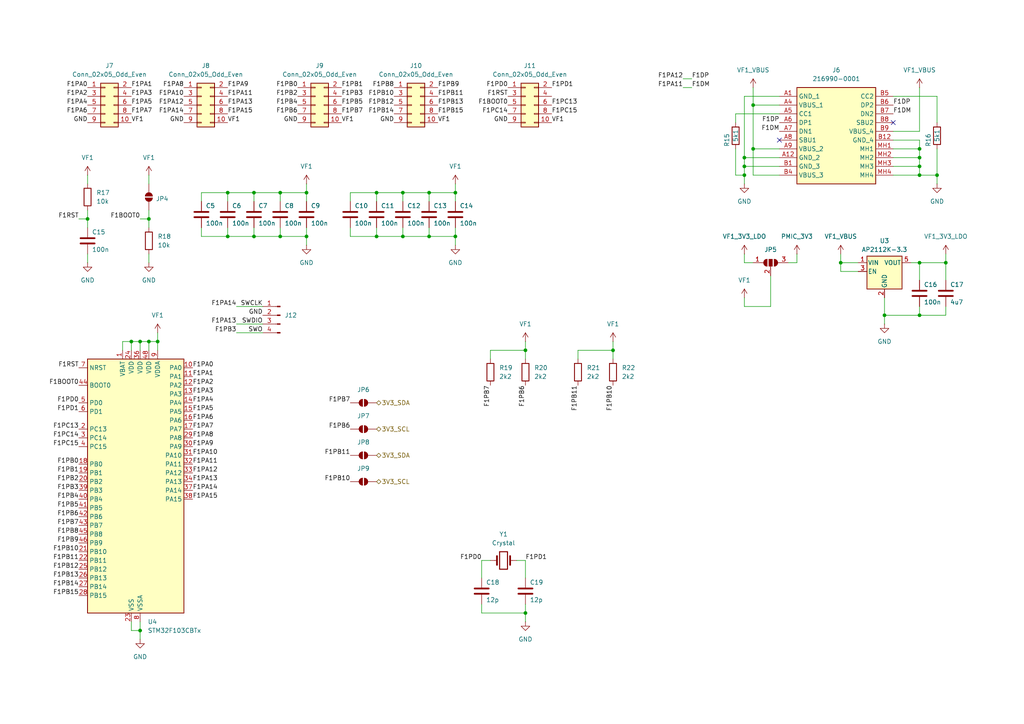
<source format=kicad_sch>
(kicad_sch (version 20231120) (generator "eeschema") (generator_version "8.0")
  (paper "A4")
  (lib_symbols
    (symbol "216990-0001:216990-0001"
      (property "Reference" "J" (at 29.21 7.62 0))
      (property "Value" "216990-0001" (at 29.21 5.08 0))
      (symbol "216990-0001_1_1"
        (rectangle (start 5.08 2.54) (end 27.94 -25.4) (stroke (width 0.254)) (fill (type background)))
        (pin passive line (at 0 0 0) (length 5.08) (name "GND_1") (number "A1"))
        (pin passive line (at 0 -17.78 0) (length 5.08) (name "GND_2") (number "A12"))
        (pin passive line (at 0 -2.54 0) (length 5.08) (name "VBUS_1") (number "A4"))
        (pin passive line (at 0 -5.08 0) (length 5.08) (name "CC1") (number "A5"))
        (pin passive line (at 0 -7.62 0) (length 5.08) (name "DP1") (number "A6"))
        (pin passive line (at 0 -10.16 0) (length 5.08) (name "DN1") (number "A7"))
        (pin passive line (at 0 -12.7 0) (length 5.08) (name "SBU1") (number "A8"))
        (pin passive line (at 0 -15.24 0) (length 5.08) (name "VBUS_2") (number "A9"))
        (pin passive line (at 0 -20.32 0) (length 5.08) (name "GND_3") (number "B1"))
        (pin passive line (at 33.02 -12.7 180) (length 5.08) (name "GND_4") (number "B12"))
        (pin passive line (at 0 -22.86 0) (length 5.08) (name "VBUS_3") (number "B4"))
        (pin passive line (at 33.02 0 180) (length 5.08) (name "CC2") (number "B5"))
        (pin passive line (at 33.02 -2.54 180) (length 5.08) (name "DP2") (number "B6"))
        (pin passive line (at 33.02 -5.08 180) (length 5.08) (name "DN2") (number "B7"))
        (pin passive line (at 33.02 -7.62 180) (length 5.08) (name "SBU2") (number "B8"))
        (pin passive line (at 33.02 -10.16 180) (length 5.08) (name "VBUS_4") (number "B9"))
        (pin passive line (at 33.02 -15.24 180) (length 5.08) (name "MH1") (number "MH1"))
        (pin passive line (at 33.02 -17.78 180) (length 5.08) (name "MH2") (number "MH2"))
        (pin passive line (at 33.02 -20.32 180) (length 5.08) (name "MH3") (number "MH3"))
        (pin passive line (at 33.02 -22.86 180) (length 5.08) (name "MH4") (number "MH4"))
      )
    )
    (symbol "Connector:Conn_01x04_Pin" (pin_names (offset 1.016) hide)
      (property "Reference" "J" (at 0 5.08 0))
      (property "Value" "Conn_01x04_Pin" (at 0 -7.62 0))
      (symbol "Conn_01x04_Pin_1_1"
        (polyline (pts (xy 1.27 -5.08) (xy 0.8636 -5.08)) (stroke (width 0.1524)))
        (polyline (pts (xy 1.27 -2.54) (xy 0.8636 -2.54)) (stroke (width 0.1524)))
        (polyline (pts (xy 1.27 0) (xy 0.8636 0)) (stroke (width 0.1524)))
        (polyline (pts (xy 1.27 2.54) (xy 0.8636 2.54)) (stroke (width 0.1524)))
        (rectangle (start 0.8636 -4.953) (end 0 -5.207) (stroke (width 0.1524)) (fill (type outline)))
        (rectangle (start 0.8636 -2.413) (end 0 -2.667) (stroke (width 0.1524)) (fill (type outline)))
        (rectangle (start 0.8636 0.127) (end 0 -0.127) (stroke (width 0.1524)) (fill (type outline)))
        (rectangle (start 0.8636 2.667) (end 0 2.413) (stroke (width 0.1524)) (fill (type outline)))
        (pin passive line (at 5.08 2.54 180) (length 3.81) (name "Pin_1") (number "1"))
        (pin passive line (at 5.08 0 180) (length 3.81) (name "Pin_2") (number "2"))
        (pin passive line (at 5.08 -2.54 180) (length 3.81) (name "Pin_3") (number "3"))
        (pin passive line (at 5.08 -5.08 180) (length 3.81) (name "Pin_4") (number "4"))
      )
    )
    (symbol "Connector_Generic:Conn_02x05_Odd_Even" (pin_names (offset 1.016) hide)
      (property "Reference" "J" (at 1.27 7.62 0))
      (property "Value" "Conn_02x05_Odd_Even" (at 1.27 -7.62 0))
      (symbol "Conn_02x05_Odd_Even_1_1"
        (rectangle (start -1.27 -4.953) (end 0 -5.207) (stroke (width 0.1524)))
        (rectangle (start -1.27 -2.413) (end 0 -2.667) (stroke (width 0.1524)))
        (rectangle (start -1.27 0.127) (end 0 -0.127) (stroke (width 0.1524)))
        (rectangle (start -1.27 2.667) (end 0 2.413) (stroke (width 0.1524)))
        (rectangle (start -1.27 5.207) (end 0 4.953) (stroke (width 0.1524)))
        (rectangle (start -1.27 6.35) (end 3.81 -6.35) (stroke (width 0.254)) (fill (type background)))
        (rectangle (start 3.81 -4.953) (end 2.54 -5.207) (stroke (width 0.1524)))
        (rectangle (start 3.81 -2.413) (end 2.54 -2.667) (stroke (width 0.1524)))
        (rectangle (start 3.81 0.127) (end 2.54 -0.127) (stroke (width 0.1524)))
        (rectangle (start 3.81 2.667) (end 2.54 2.413) (stroke (width 0.1524)))
        (rectangle (start 3.81 5.207) (end 2.54 4.953) (stroke (width 0.1524)))
        (pin passive line (at -5.08 5.08 0) (length 3.81) (name "Pin_1") (number "1"))
        (pin passive line (at 7.62 -5.08 180) (length 3.81) (name "Pin_10") (number "10"))
        (pin passive line (at 7.62 5.08 180) (length 3.81) (name "Pin_2") (number "2"))
        (pin passive line (at -5.08 2.54 0) (length 3.81) (name "Pin_3") (number "3"))
        (pin passive line (at 7.62 2.54 180) (length 3.81) (name "Pin_4") (number "4"))
        (pin passive line (at -5.08 0 0) (length 3.81) (name "Pin_5") (number "5"))
        (pin passive line (at 7.62 0 180) (length 3.81) (name "Pin_6") (number "6"))
        (pin passive line (at -5.08 -2.54 0) (length 3.81) (name "Pin_7") (number "7"))
        (pin passive line (at 7.62 -2.54 180) (length 3.81) (name "Pin_8") (number "8"))
        (pin passive line (at -5.08 -5.08 0) (length 3.81) (name "Pin_9") (number "9"))
      )
    )
    (symbol "Device:C" (pin_numbers hide) (pin_names (offset 0.254))
      (property "Reference" "C" (at 0.635 2.54 0))
      (property "Value" "C" (at 0.635 -2.54 0))
      (symbol "C_0_1"
        (polyline (pts (xy -2.032 -0.762) (xy 2.032 -0.762)) (stroke (width 0.508)))
        (polyline (pts (xy -2.032 0.762) (xy 2.032 0.762)) (stroke (width 0.508)))
      )
      (symbol "C_1_1"
        (pin passive line (at 0 3.81 270) (length 2.794) (name "~") (number "1"))
        (pin passive line (at 0 -3.81 90) (length 2.794) (name "~") (number "2"))
      )
    )
    (symbol "Device:Crystal" (pin_numbers hide) (pin_names (offset 1.016) hide)
      (property "Reference" "Y" (at 0 3.81 0))
      (property "Value" "Crystal" (at 0 -3.81 0))
      (symbol "Crystal_0_1"
        (rectangle (start -1.143 2.54) (end 1.143 -2.54) (stroke (width 0.3048)))
        (polyline (pts (xy -2.54 0) (xy -1.905 0)))
        (polyline (pts (xy -1.905 -1.27) (xy -1.905 1.27)) (stroke (width 0.508)))
        (polyline (pts (xy 1.905 -1.27) (xy 1.905 1.27)) (stroke (width 0.508)))
        (polyline (pts (xy 2.54 0) (xy 1.905 0)))
      )
      (symbol "Crystal_1_1"
        (pin passive line (at -3.81 0 0) (length 1.27) (name "1") (number "1"))
        (pin passive line (at 3.81 0 180) (length 1.27) (name "2") (number "2"))
      )
    )
    (symbol "Device:R" (pin_numbers hide) (pin_names (offset 0))
      (property "Reference" "R" (at 2.032 0 90))
      (property "Value" "R" (at 0 0 90))
      (symbol "R_0_1"
        (rectangle (start -1.016 -2.54) (end 1.016 2.54) (stroke (width 0.254)))
      )
      (symbol "R_1_1"
        (pin passive line (at 0 3.81 270) (length 1.27) (name "~") (number "1"))
        (pin passive line (at 0 -3.81 90) (length 1.27) (name "~") (number "2"))
      )
    )
    (symbol "Jumper:SolderJumper_2_Open" (pin_numbers hide) (pin_names (offset 0) hide) (exclude_from_sim yes) (in_bom no)
      (property "Reference" "JP" (at 0 2.032 0))
      (property "Value" "SolderJumper_2_Open" (at 0 -2.54 0))
      (symbol "SolderJumper_2_Open_0_1"
        (arc (start -0.254 1.016) (mid -1.2656 0) (end -0.254 -1.016))
        (arc (start -0.254 1.016) (mid -1.2656 0) (end -0.254 -1.016) (fill (type outline)))
        (polyline (pts (xy -0.254 1.016) (xy -0.254 -1.016)))
        (polyline (pts (xy 0.254 1.016) (xy 0.254 -1.016)))
        (arc (start 0.254 -1.016) (mid 1.2656 0) (end 0.254 1.016))
        (arc (start 0.254 -1.016) (mid 1.2656 0) (end 0.254 1.016) (fill (type outline)))
      )
      (symbol "SolderJumper_2_Open_1_1"
        (pin passive line (at -3.81 0 0) (length 2.54) (name "A") (number "1"))
        (pin passive line (at 3.81 0 180) (length 2.54) (name "B") (number "2"))
      )
    )
    (symbol "Jumper:SolderJumper_3_Open" (pin_names (offset 0) hide)
      (property "Reference" "JP" (at -2.54 -2.54 0))
      (property "Value" "SolderJumper_3_Open" (at 0 2.794 0))
      (symbol "SolderJumper_3_Open_0_1"
        (arc (start -1.016 1.016) (mid -2.0276 0) (end -1.016 -1.016))
        (arc (start -1.016 1.016) (mid -2.0276 0) (end -1.016 -1.016) (fill (type outline)))
        (rectangle (start -0.508 1.016) (end 0.508 -1.016) (fill (type outline)))
        (polyline (pts (xy -2.54 0) (xy -2.032 0)))
        (polyline (pts (xy -1.016 1.016) (xy -1.016 -1.016)))
        (polyline (pts (xy 0 -1.27) (xy 0 -1.016)))
        (polyline (pts (xy 1.016 1.016) (xy 1.016 -1.016)))
        (polyline (pts (xy 2.54 0) (xy 2.032 0)))
        (arc (start 1.016 -1.016) (mid 2.0276 0) (end 1.016 1.016))
        (arc (start 1.016 -1.016) (mid 2.0276 0) (end 1.016 1.016) (fill (type outline)))
      )
      (symbol "SolderJumper_3_Open_1_1"
        (pin passive line (at -5.08 0 0) (length 2.54) (name "A") (number "1"))
        (pin passive line (at 0 -3.81 90) (length 2.54) (name "C") (number "2"))
        (pin passive line (at 5.08 0 180) (length 2.54) (name "B") (number "3"))
      )
    )
    (symbol "MCU_ST_STM32F1:STM32F103CBTx"
      (property "Reference" "U" (at -12.7 39.37 0))
      (property "Value" "STM32F103CBTx" (at 10.16 39.37 0))
      (symbol "STM32F103CBTx_0_1"
        (rectangle (start -12.7 -35.56) (end 15.24 38.1) (stroke (width 0.254)) (fill (type background)))
      )
      (symbol "STM32F103CBTx_1_1"
        (pin power_in line (at -2.54 40.64 270) (length 2.54) (name "VBAT") (number "1"))
        (pin bidirectional line (at 17.78 35.56 180) (length 2.54) (name "PA0") (number "10"))
        (pin bidirectional line (at 17.78 33.02 180) (length 2.54) (name "PA1") (number "11"))
        (pin bidirectional line (at 17.78 30.48 180) (length 2.54) (name "PA2") (number "12"))
        (pin bidirectional line (at 17.78 27.94 180) (length 2.54) (name "PA3") (number "13"))
        (pin bidirectional line (at 17.78 25.4 180) (length 2.54) (name "PA4") (number "14"))
        (pin bidirectional line (at 17.78 22.86 180) (length 2.54) (name "PA5") (number "15"))
        (pin bidirectional line (at 17.78 20.32 180) (length 2.54) (name "PA6") (number "16"))
        (pin bidirectional line (at 17.78 17.78 180) (length 2.54) (name "PA7") (number "17"))
        (pin bidirectional line (at -15.24 7.62 0) (length 2.54) (name "PB0") (number "18"))
        (pin bidirectional line (at -15.24 5.08 0) (length 2.54) (name "PB1") (number "19"))
        (pin bidirectional line (at -15.24 17.78 0) (length 2.54) (name "PC13") (number "2"))
        (pin bidirectional line (at -15.24 2.54 0) (length 2.54) (name "PB2") (number "20"))
        (pin bidirectional line (at -15.24 -17.78 0) (length 2.54) (name "PB10") (number "21"))
        (pin bidirectional line (at -15.24 -20.32 0) (length 2.54) (name "PB11") (number "22"))
        (pin power_in line (at 0 -38.1 90) (length 2.54) (name "VSS") (number "23"))
        (pin power_in line (at 0 40.64 270) (length 2.54) (name "VDD") (number "24"))
        (pin bidirectional line (at -15.24 -22.86 0) (length 2.54) (name "PB12") (number "25"))
        (pin bidirectional line (at -15.24 -25.4 0) (length 2.54) (name "PB13") (number "26"))
        (pin bidirectional line (at -15.24 -27.94 0) (length 2.54) (name "PB14") (number "27"))
        (pin bidirectional line (at -15.24 -30.48 0) (length 2.54) (name "PB15") (number "28"))
        (pin bidirectional line (at 17.78 15.24 180) (length 2.54) (name "PA8") (number "29"))
        (pin bidirectional line (at -15.24 15.24 0) (length 2.54) (name "PC14") (number "3"))
        (pin bidirectional line (at 17.78 12.7 180) (length 2.54) (name "PA9") (number "30"))
        (pin bidirectional line (at 17.78 10.16 180) (length 2.54) (name "PA10") (number "31"))
        (pin bidirectional line (at 17.78 7.62 180) (length 2.54) (name "PA11") (number "32"))
        (pin bidirectional line (at 17.78 5.08 180) (length 2.54) (name "PA12") (number "33"))
        (pin bidirectional line (at 17.78 2.54 180) (length 2.54) (name "PA13") (number "34"))
        (pin passive line (at 0 -38.1 90) (length 2.54) hide (name "VSS") (number "35"))
        (pin power_in line (at 2.54 40.64 270) (length 2.54) (name "VDD") (number "36"))
        (pin bidirectional line (at 17.78 0 180) (length 2.54) (name "PA14") (number "37"))
        (pin bidirectional line (at 17.78 -2.54 180) (length 2.54) (name "PA15") (number "38"))
        (pin bidirectional line (at -15.24 0 0) (length 2.54) (name "PB3") (number "39"))
        (pin bidirectional line (at -15.24 12.7 0) (length 2.54) (name "PC15") (number "4"))
        (pin bidirectional line (at -15.24 -2.54 0) (length 2.54) (name "PB4") (number "40"))
        (pin bidirectional line (at -15.24 -5.08 0) (length 2.54) (name "PB5") (number "41"))
        (pin bidirectional line (at -15.24 -7.62 0) (length 2.54) (name "PB6") (number "42"))
        (pin bidirectional line (at -15.24 -10.16 0) (length 2.54) (name "PB7") (number "43"))
        (pin input line (at -15.24 30.48 0) (length 2.54) (name "BOOT0") (number "44"))
        (pin bidirectional line (at -15.24 -12.7 0) (length 2.54) (name "PB8") (number "45"))
        (pin bidirectional line (at -15.24 -15.24 0) (length 2.54) (name "PB9") (number "46"))
        (pin passive line (at 0 -38.1 90) (length 2.54) hide (name "VSS") (number "47"))
        (pin power_in line (at 5.08 40.64 270) (length 2.54) (name "VDD") (number "48"))
        (pin bidirectional line (at -15.24 25.4 0) (length 2.54) (name "PD0") (number "5"))
        (pin bidirectional line (at -15.24 22.86 0) (length 2.54) (name "PD1") (number "6"))
        (pin input line (at -15.24 35.56 0) (length 2.54) (name "NRST") (number "7"))
        (pin power_in line (at 2.54 -38.1 90) (length 2.54) (name "VSSA") (number "8"))
        (pin power_in line (at 7.62 40.64 270) (length 2.54) (name "VDDA") (number "9"))
      )
    )
    (symbol "Regulator_Linear:AP2112K-3.3" (pin_names (offset 0.254))
      (property "Reference" "U" (at -5.08 5.715 0))
      (property "Value" "AP2112K-3.3" (at 0 5.715 0))
      (symbol "AP2112K-3.3_0_1"
        (rectangle (start -5.08 4.445) (end 5.08 -5.08) (stroke (width 0.254)) (fill (type background)))
      )
      (symbol "AP2112K-3.3_1_1"
        (pin power_in line (at -7.62 2.54 0) (length 2.54) (name "VIN") (number "1"))
        (pin power_in line (at 0 -7.62 90) (length 2.54) (name "GND") (number "2"))
        (pin input line (at -7.62 0 0) (length 2.54) (name "EN") (number "3"))
        (pin no_connect line (at 5.08 0 180) (length 2.54) hide (name "NC") (number "4"))
        (pin power_out line (at 7.62 2.54 180) (length 2.54) (name "VOUT") (number "5"))
      )
    )
    (symbol "power:+3V3" (power) (pin_numbers hide) (pin_names (offset 0) hide)
      (property "Value" "+3V3" (at 0 3.556 0))
      (symbol "+3V3_0_1"
        (polyline (pts (xy -0.762 1.27) (xy 0 2.54)))
        (polyline (pts (xy 0 0) (xy 0 2.54)))
        (polyline (pts (xy 0 2.54) (xy 0.762 1.27)))
      )
      (symbol "+3V3_1_1"
        (pin power_in line (at 0 0 90) (length 0) (name "~") (number "1"))
      )
    )
    (symbol "power:GND" (power) (pin_numbers hide) (pin_names (offset 0) hide)
      (property "Value" "GND" (at 0 -3.81 0))
      (symbol "GND_0_1"
        (polyline (pts (xy 0 0) (xy 0 -1.27) (xy 1.27 -1.27) (xy 0 -2.54) (xy -1.27 -1.27) (xy 0 -1.27)))
      )
      (symbol "GND_1_1"
        (pin power_in line (at 0 0 270) (length 0) (name "~") (number "1"))
      )
    )
    (symbol "power:VDD" (power) (pin_numbers hide) (pin_names (offset 0) hide)
      (property "Value" "VDD" (at 0 3.556 0))
      (symbol "VDD_0_1"
        (polyline (pts (xy -0.762 1.27) (xy 0 2.54)))
        (polyline (pts (xy 0 0) (xy 0 2.54)))
        (polyline (pts (xy 0 2.54) (xy 0.762 1.27)))
      )
      (symbol "VDD_1_1"
        (pin power_in line (at 0 0 90) (length 0) (name "~") (number "1"))
      )
    )
  )
  (junction (at 43.18 99.06))
  (junction (at 132.08 68.58))
  (junction (at 116.84 68.58))
  (junction (at 109.22 68.58))
  (junction (at 266.7 50.8))
  (junction (at 43.18 63.5))
  (junction (at 266.7 91.44))
  (junction (at 266.7 76.2))
  (junction (at 152.4 101.6))
  (junction (at 109.22 55.88))
  (junction (at 274.32 76.2))
  (junction (at 81.28 55.88))
  (junction (at 73.66 55.88))
  (junction (at 256.54 91.44))
  (junction (at 132.08 55.88))
  (junction (at 215.9 48.26))
  (junction (at 218.44 43.18))
  (junction (at 116.84 55.88))
  (junction (at 81.28 68.58))
  (junction (at 218.44 30.48))
  (junction (at 177.8 101.6))
  (junction (at 40.64 99.06))
  (junction (at 38.1 99.06))
  (junction (at 266.7 43.18))
  (junction (at 66.04 68.58))
  (junction (at 152.4 177.8))
  (junction (at 124.46 55.88))
  (junction (at 124.46 68.58))
  (junction (at 215.9 50.8))
  (junction (at 88.9 55.88))
  (junction (at 45.72 99.06))
  (junction (at 266.7 45.72))
  (junction (at 215.9 45.72))
  (junction (at 25.4 63.5))
  (junction (at 66.04 55.88))
  (junction (at 266.7 48.26))
  (junction (at 243.84 76.2))
  (junction (at 271.78 50.8))
  (junction (at 40.64 182.88))
  (junction (at 73.66 68.58))
  (junction (at 88.9 68.58))
  (no_connect (at 226.06 40.64))
  (no_connect (at 259.08 35.56))
  (wire (pts (xy 132.08 55.88) (xy 124.46 55.88)))
  (wire (pts (xy 215.9 53.34) (xy 215.9 50.8)))
  (wire (pts (xy 116.84 66.04) (xy 116.84 68.58)))
  (wire (pts (xy 152.4 177.8) (xy 139.7 177.8)))
  (wire (pts (xy 132.08 68.58) (xy 132.08 71.12)))
  (wire (pts (xy 40.64 182.88) (xy 40.64 185.42)))
  (wire (pts (xy 226.06 50.8) (xy 218.44 50.8)))
  (wire (pts (xy 88.9 55.88) (xy 81.28 55.88)))
  (wire (pts (xy 66.04 55.88) (xy 58.42 55.88)))
  (wire (pts (xy 101.6 66.04) (xy 101.6 68.58)))
  (wire (pts (xy 215.9 45.72) (xy 215.9 48.26)))
  (wire (pts (xy 109.22 68.58) (xy 116.84 68.58)))
  (wire (pts (xy 132.08 53.34) (xy 132.08 55.88)))
  (wire (pts (xy 213.36 43.18) (xy 213.36 50.8)))
  (wire (pts (xy 132.08 55.88) (xy 132.08 58.42)))
  (wire (pts (xy 256.54 91.44) (xy 266.7 91.44)))
  (wire (pts (xy 152.4 175.26) (xy 152.4 177.8)))
  (wire (pts (xy 38.1 101.6) (xy 38.1 99.06)))
  (wire (pts (xy 109.22 55.88) (xy 109.22 58.42)))
  (wire (pts (xy 68.58 88.9) (xy 76.2 88.9)))
  (wire (pts (xy 109.22 55.88) (xy 101.6 55.88)))
  (wire (pts (xy 218.44 43.18) (xy 218.44 30.48)))
  (wire (pts (xy 256.54 91.44) (xy 256.54 93.98)))
  (wire (pts (xy 274.32 91.44) (xy 274.32 88.9)))
  (wire (pts (xy 266.7 50.8) (xy 266.7 48.26)))
  (wire (pts (xy 109.22 66.04) (xy 109.22 68.58)))
  (wire (pts (xy 139.7 177.8) (xy 139.7 175.26)))
  (wire (pts (xy 215.9 86.36) (xy 215.9 88.9)))
  (wire (pts (xy 198.12 22.86) (xy 200.66 22.86)))
  (wire (pts (xy 124.46 55.88) (xy 116.84 55.88)))
  (wire (pts (xy 266.7 76.2) (xy 274.32 76.2)))
  (wire (pts (xy 264.16 76.2) (xy 266.7 76.2)))
  (wire (pts (xy 271.78 50.8) (xy 271.78 43.18)))
  (wire (pts (xy 43.18 73.66) (xy 43.18 76.2)))
  (wire (pts (xy 177.8 101.6) (xy 177.8 104.14)))
  (wire (pts (xy 152.4 99.06) (xy 152.4 101.6)))
  (wire (pts (xy 35.56 99.06) (xy 38.1 99.06)))
  (wire (pts (xy 228.6 76.2) (xy 231.14 76.2)))
  (wire (pts (xy 266.7 50.8) (xy 271.78 50.8)))
  (wire (pts (xy 38.1 99.06) (xy 40.64 99.06)))
  (wire (pts (xy 88.9 55.88) (xy 88.9 58.42)))
  (wire (pts (xy 58.42 66.04) (xy 58.42 68.58)))
  (wire (pts (xy 45.72 99.06) (xy 45.72 101.6)))
  (wire (pts (xy 58.42 68.58) (xy 66.04 68.58)))
  (wire (pts (xy 215.9 88.9) (xy 223.52 88.9)))
  (wire (pts (xy 152.4 177.8) (xy 152.4 180.34)))
  (wire (pts (xy 259.08 43.18) (xy 266.7 43.18)))
  (wire (pts (xy 101.6 68.58) (xy 109.22 68.58)))
  (wire (pts (xy 177.8 101.6) (xy 167.64 101.6)))
  (wire (pts (xy 66.04 68.58) (xy 73.66 68.58)))
  (wire (pts (xy 215.9 50.8) (xy 215.9 48.26)))
  (wire (pts (xy 81.28 55.88) (xy 73.66 55.88)))
  (wire (pts (xy 226.06 27.94) (xy 215.9 27.94)))
  (wire (pts (xy 43.18 63.5) (xy 43.18 66.04)))
  (wire (pts (xy 22.86 63.5) (xy 25.4 63.5)))
  (wire (pts (xy 40.64 182.88) (xy 38.1 182.88)))
  (wire (pts (xy 139.7 162.56) (xy 142.24 162.56)))
  (wire (pts (xy 25.4 50.8) (xy 25.4 53.34)))
  (wire (pts (xy 25.4 73.66) (xy 25.4 76.2)))
  (wire (pts (xy 271.78 35.56) (xy 271.78 27.94)))
  (wire (pts (xy 58.42 55.88) (xy 58.42 58.42)))
  (wire (pts (xy 88.9 53.34) (xy 88.9 55.88)))
  (wire (pts (xy 68.58 93.98) (xy 76.2 93.98)))
  (wire (pts (xy 25.4 63.5) (xy 25.4 60.96)))
  (wire (pts (xy 142.24 101.6) (xy 142.24 104.14)))
  (wire (pts (xy 177.8 99.06) (xy 177.8 101.6)))
  (wire (pts (xy 124.46 55.88) (xy 124.46 58.42)))
  (wire (pts (xy 116.84 68.58) (xy 124.46 68.58)))
  (wire (pts (xy 243.84 73.66) (xy 243.84 76.2)))
  (wire (pts (xy 271.78 50.8) (xy 271.78 53.34)))
  (wire (pts (xy 274.32 73.66) (xy 274.32 76.2)))
  (wire (pts (xy 101.6 55.88) (xy 101.6 58.42)))
  (wire (pts (xy 266.7 91.44) (xy 274.32 91.44)))
  (wire (pts (xy 259.08 38.1) (xy 266.7 38.1)))
  (wire (pts (xy 40.64 63.5) (xy 43.18 63.5)))
  (wire (pts (xy 45.72 99.06) (xy 45.72 96.52)))
  (wire (pts (xy 266.7 88.9) (xy 266.7 91.44)))
  (wire (pts (xy 243.84 78.74) (xy 248.92 78.74)))
  (wire (pts (xy 266.7 43.18) (xy 266.7 40.64)))
  (wire (pts (xy 231.14 76.2) (xy 231.14 73.66)))
  (wire (pts (xy 256.54 86.36) (xy 256.54 91.44)))
  (wire (pts (xy 152.4 101.6) (xy 142.24 101.6)))
  (wire (pts (xy 152.4 162.56) (xy 152.4 167.64)))
  (wire (pts (xy 226.06 43.18) (xy 218.44 43.18)))
  (wire (pts (xy 66.04 66.04) (xy 66.04 68.58)))
  (wire (pts (xy 40.64 99.06) (xy 43.18 99.06)))
  (wire (pts (xy 35.56 101.6) (xy 35.56 99.06)))
  (wire (pts (xy 116.84 55.88) (xy 116.84 58.42)))
  (wire (pts (xy 259.08 50.8) (xy 266.7 50.8)))
  (wire (pts (xy 213.36 35.56) (xy 213.36 33.02)))
  (wire (pts (xy 66.04 55.88) (xy 66.04 58.42)))
  (wire (pts (xy 266.7 38.1) (xy 266.7 25.4)))
  (wire (pts (xy 73.66 68.58) (xy 81.28 68.58)))
  (wire (pts (xy 266.7 76.2) (xy 266.7 81.28)))
  (wire (pts (xy 218.44 30.48) (xy 218.44 25.4)))
  (wire (pts (xy 271.78 27.94) (xy 259.08 27.94)))
  (wire (pts (xy 266.7 45.72) (xy 266.7 43.18)))
  (wire (pts (xy 198.12 25.4) (xy 200.66 25.4)))
  (wire (pts (xy 40.64 180.34) (xy 40.64 182.88)))
  (wire (pts (xy 124.46 68.58) (xy 132.08 68.58)))
  (wire (pts (xy 215.9 76.2) (xy 218.44 76.2)))
  (wire (pts (xy 43.18 50.8) (xy 43.18 53.34)))
  (wire (pts (xy 213.36 50.8) (xy 215.9 50.8)))
  (wire (pts (xy 124.46 66.04) (xy 124.46 68.58)))
  (wire (pts (xy 43.18 99.06) (xy 45.72 99.06)))
  (wire (pts (xy 218.44 50.8) (xy 218.44 43.18)))
  (wire (pts (xy 215.9 48.26) (xy 226.06 48.26)))
  (wire (pts (xy 152.4 101.6) (xy 152.4 104.14)))
  (wire (pts (xy 149.86 162.56) (xy 152.4 162.56)))
  (wire (pts (xy 266.7 48.26) (xy 266.7 45.72)))
  (wire (pts (xy 116.84 55.88) (xy 109.22 55.88)))
  (wire (pts (xy 81.28 55.88) (xy 81.28 58.42)))
  (wire (pts (xy 167.64 101.6) (xy 167.64 104.14)))
  (wire (pts (xy 226.06 45.72) (xy 215.9 45.72)))
  (wire (pts (xy 215.9 27.94) (xy 215.9 45.72)))
  (wire (pts (xy 38.1 180.34) (xy 38.1 182.88)))
  (wire (pts (xy 139.7 167.64) (xy 139.7 162.56)))
  (wire (pts (xy 266.7 40.64) (xy 259.08 40.64)))
  (wire (pts (xy 81.28 66.04) (xy 81.28 68.58)))
  (wire (pts (xy 215.9 73.66) (xy 215.9 76.2)))
  (wire (pts (xy 213.36 33.02) (xy 226.06 33.02)))
  (wire (pts (xy 43.18 99.06) (xy 43.18 101.6)))
  (wire (pts (xy 259.08 45.72) (xy 266.7 45.72)))
  (wire (pts (xy 73.66 55.88) (xy 73.66 58.42)))
  (wire (pts (xy 226.06 30.48) (xy 218.44 30.48)))
  (wire (pts (xy 259.08 48.26) (xy 266.7 48.26)))
  (wire (pts (xy 81.28 68.58) (xy 88.9 68.58)))
  (wire (pts (xy 248.92 76.2) (xy 243.84 76.2)))
  (wire (pts (xy 274.32 76.2) (xy 274.32 81.28)))
  (wire (pts (xy 88.9 66.04) (xy 88.9 68.58)))
  (wire (pts (xy 223.52 88.9) (xy 223.52 80.01)))
  (wire (pts (xy 68.58 96.52) (xy 76.2 96.52)))
  (wire (pts (xy 88.9 68.58) (xy 88.9 71.12)))
  (wire (pts (xy 43.18 60.96) (xy 43.18 63.5)))
  (wire (pts (xy 73.66 66.04) (xy 73.66 68.58)))
  (wire (pts (xy 243.84 76.2) (xy 243.84 78.74)))
  (wire (pts (xy 25.4 63.5) (xy 25.4 66.04)))
  (wire (pts (xy 132.08 66.04) (xy 132.08 68.58)))
  (wire (pts (xy 40.64 99.06) (xy 40.64 101.6)))
  (wire (pts (xy 73.66 55.88) (xy 66.04 55.88)))
  (label "F1PC15" (at 22.86 129.54 180))
  (label "F1PD1" (at 152.4 162.56 0))
  (label "F1PB5" (at 99.06 30.48 0))
  (label "F1PB11" (at 167.64 111.76 270))
  (label "F1PB6" (at 86.36 33.02 180))
  (label "F1PA5" (at 38.1 30.48 0))
  (label "SWDIO" (at 76.2 93.98 180))
  (label "GND" (at 86.36 35.56 180))
  (label "F1PB8" (at 114.3 25.4 180))
  (label "VF1" (at 160.02 35.56 0))
  (label "F1PA8" (at 53.34 25.4 180))
  (label "GND" (at 53.34 35.56 180))
  (label "F1PA10" (at 55.88 132.08 0))
  (label "VF1" (at 99.06 35.56 0))
  (label "F1PB12" (at 22.86 165.1 180))
  (label "F1PA13" (at 55.88 139.7 0))
  (label "F1PB11" (at 101.6 132.08 180))
  (label "F1PB11" (at 127 27.94 0))
  (label "F1PA12" (at 198.12 22.86 180))
  (label "F1PA13" (at 68.58 93.98 180))
  (label "F1PA6" (at 55.88 121.92 0))
  (label "F1PA7" (at 55.88 124.46 0))
  (label "GND" (at 25.4 35.56 180))
  (label "F1PA7" (at 38.1 33.02 0))
  (label "F1PB10" (at 177.8 111.76 270))
  (label "F1RST" (at 22.86 106.68 180))
  (label "F1PC15" (at 160.02 33.02 0))
  (label "F1PA2" (at 25.4 27.94 180))
  (label "F1PA14" (at 55.88 142.24 0))
  (label "F1PB7" (at 22.86 152.4 180))
  (label "VF1" (at 127 35.56 0))
  (label "F1PB10" (at 101.6 139.7 180))
  (label "F1PD1" (at 160.02 25.4 0))
  (label "F1PA15" (at 66.04 33.02 0))
  (label "F1PA3" (at 55.88 114.3 0))
  (label "F1DP" (at 200.66 22.86 0))
  (label "F1PB0" (at 22.86 134.62 180))
  (label "F1PA12" (at 53.34 30.48 180))
  (label "F1PB6" (at 101.6 124.46 180))
  (label "F1BOOT0" (at 147.32 30.48 180))
  (label "F1PA3" (at 38.1 27.94 0))
  (label "VF1" (at 66.04 35.56 0))
  (label "F1PA0" (at 55.88 106.68 0))
  (label "F1PB7" (at 99.06 33.02 0))
  (label "F1PC14" (at 22.86 127 180))
  (label "GND" (at 76.2 91.44 180))
  (label "F1PA9" (at 66.04 25.4 0))
  (label "F1PC13" (at 22.86 124.46 180))
  (label "F1DP" (at 259.08 30.48 0))
  (label "F1PA8" (at 55.88 127 0))
  (label "F1PB13" (at 127 30.48 0))
  (label "F1PD1" (at 22.86 119.38 180))
  (label "F1BOOT0" (at 40.64 63.5 180))
  (label "F1PA5" (at 55.88 119.38 0))
  (label "F1PA1" (at 38.1 25.4 0))
  (label "F1PA14" (at 53.34 33.02 180))
  (label "F1DM" (at 259.08 33.02 0))
  (label "F1PC13" (at 160.02 30.48 0))
  (label "F1PB3" (at 99.06 27.94 0))
  (label "F1PA11" (at 55.88 134.62 0))
  (label "GND" (at 147.32 35.56 180))
  (label "F1DP" (at 226.06 35.56 180))
  (label "F1RST" (at 147.32 27.94 180))
  (label "F1PB10" (at 114.3 27.94 180))
  (label "F1PB14" (at 22.86 170.18 180))
  (label "SWO" (at 76.2 96.52 180))
  (label "F1PB7" (at 142.24 111.76 270))
  (label "F1PB2" (at 22.86 139.7 180))
  (label "F1PB5" (at 22.86 147.32 180))
  (label "F1PA2" (at 55.88 111.76 0))
  (label "F1PB15" (at 127 33.02 0))
  (label "F1PB4" (at 86.36 30.48 180))
  (label "F1PB8" (at 22.86 154.94 180))
  (label "F1PA1" (at 55.88 109.22 0))
  (label "F1PA14" (at 68.58 88.9 180))
  (label "F1PB9" (at 127 25.4 0))
  (label "F1PA4" (at 55.88 116.84 0))
  (label "F1PB12" (at 114.3 30.48 180))
  (label "F1PD0" (at 22.86 116.84 180))
  (label "F1BOOT0" (at 22.86 111.76 180))
  (label "SWCLK" (at 76.2 88.9 180))
  (label "F1PB6" (at 152.4 111.76 270))
  (label "F1PA6" (at 25.4 33.02 180))
  (label "F1PB3" (at 22.86 142.24 180))
  (label "VF1" (at 38.1 35.56 0))
  (label "F1PB6" (at 22.86 149.86 180))
  (label "F1PD0" (at 139.7 162.56 180))
  (label "F1PB15" (at 22.86 172.72 180))
  (label "F1PB7" (at 101.6 116.84 180))
  (label "F1DM" (at 226.06 38.1 180))
  (label "F1PA9" (at 55.88 129.54 0))
  (label "F1PC14" (at 147.32 33.02 180))
  (label "F1PB1" (at 99.06 25.4 0))
  (label "F1PA13" (at 66.04 30.48 0))
  (label "F1PD0" (at 147.32 25.4 180))
  (label "F1PB10" (at 22.86 160.02 180))
  (label "F1PB3" (at 68.58 96.52 180))
  (label "F1RST" (at 22.86 63.5 180))
  (label "F1PB13" (at 22.86 167.64 180))
  (label "F1PB14" (at 114.3 33.02 180))
  (label "F1PB11" (at 22.86 162.56 180))
  (label "GND" (at 114.3 35.56 180))
  (label "F1PA15" (at 55.88 144.78 0))
  (label "F1DM" (at 200.66 25.4 0))
  (label "F1PB9" (at 22.86 157.48 180))
  (label "F1PB4" (at 22.86 144.78 180))
  (label "F1PA11" (at 198.12 25.4 180))
  (label "F1PB1" (at 22.86 137.16 180))
  (label "F1PA10" (at 53.34 27.94 180))
  (label "F1PA12" (at 55.88 137.16 0))
  (label "F1PA11" (at 66.04 27.94 0))
  (label "F1PB0" (at 86.36 25.4 180))
  (label "F1PA4" (at 25.4 30.48 180))
  (label "F1PB2" (at 86.36 27.94 180))
  (label "F1PA0" (at 25.4 25.4 180))
  (hierarchical_label "3V3_SDA" (shape bidirectional) (at 109.22 116.84 0))
  (hierarchical_label "3V3_SCL" (shape bidirectional) (at 109.22 124.46 0))
  (hierarchical_label "3V3_SCL" (shape bidirectional) (at 109.22 139.7 0))
  (hierarchical_label "3V3_SDA" (shape bidirectional) (at 109.22 132.08 0))
  (symbol (lib_id "Jumper:SolderJumper_2_Open") (at 105.41 139.7 180) (unit 1) (exclude_from_sim yes) (in_bom no)
    (property "Reference" "JP9" (at 105.41 135.89 0))
    (property "Value" "SolderJumper_2_Open" (effects (hide yes)))
    (property "Footprint" "Jumper:SolderJumper-2_P1.3mm_Open_RoundedPad1.0x1.5mm" (effects (hide yes)))
    (property "Description" "Solder Jumper, 2-pole, open" (effects (hide yes)))
  )
  (symbol (lib_id "Device:R") (at 142.24 107.95 0) (unit 1)
    (property "Reference" "R19" (at 144.78 106.6799 0) (effects (justify left)))
    (property "Value" "2k2" (at 144.78 109.2199 0) (effects (justify left)))
    (property "Footprint" "Resistor_SMD:R_0402_1005Metric" (effects (hide yes)))
    (property "Description" "Resistor" (effects (hide yes)))
  )
  (symbol (lib_id "Device:C") (at 88.9 62.23 0) (unit 1)
    (property "Reference" "C9" (at 90.17 59.69 0) (effects (justify left)))
    (property "Value" "100n" (at 90.17 64.77 0) (effects (justify left)))
    (property "Footprint" "Capacitor_SMD:C_0402_1005Metric" (effects (hide yes)))
    (property "Description" "Unpolarized capacitor" (effects (hide yes)))
  )
  (symbol (lib_id "power:VDD") (at 177.8 99.06 0) (mirror y) (unit 1)
    (property "Reference" "#PWR056" (effects (hide yes)))
    (property "Value" "VF1" (at 177.8 93.98 0))
    (property "Description" "Power symbol creates a global label with name \"VDD\"" (effects (hide yes)))
  )
  (symbol (lib_id "Device:C") (at 132.08 62.23 0) (unit 1)
    (property "Reference" "C14" (at 133.35 59.69 0) (effects (justify left)))
    (property "Value" "100n" (at 133.35 64.77 0) (effects (justify left)))
    (property "Footprint" "Capacitor_SMD:C_0402_1005Metric" (effects (hide yes)))
    (property "Description" "Unpolarized capacitor" (effects (hide yes)))
  )
  (symbol (lib_id "power:VDD") (at 25.4 50.8 0) (mirror y) (unit 1)
    (property "Reference" "#PWR038" (effects (hide yes)))
    (property "Value" "VF1" (at 25.4 45.72 0))
    (property "Description" "Power symbol creates a global label with name \"VDD\"" (effects (hide yes)))
  )
  (symbol (lib_id "Device:C") (at 124.46 62.23 0) (unit 1)
    (property "Reference" "C13" (at 125.73 59.69 0) (effects (justify left)))
    (property "Value" "100n" (at 125.73 64.77 0) (effects (justify left)))
    (property "Footprint" "Capacitor_SMD:C_0402_1005Metric" (effects (hide yes)))
    (property "Description" "Unpolarized capacitor" (effects (hide yes)))
  )
  (symbol (lib_id "power:VDD") (at 43.18 50.8 0) (mirror y) (unit 1)
    (property "Reference" "#PWR039" (effects (hide yes)))
    (property "Value" "VF1" (at 43.18 45.72 0))
    (property "Description" "Power symbol creates a global label with name \"VDD\"" (effects (hide yes)))
  )
  (symbol (lib_id "Device:C") (at 152.4 171.45 0) (unit 1)
    (property "Reference" "C19" (at 153.67 168.91 0) (effects (justify left)))
    (property "Value" "12p" (at 153.67 173.99 0) (effects (justify left)))
    (property "Footprint" "Capacitor_SMD:C_0402_1005Metric" (effects (hide yes)))
    (property "Description" "Unpolarized capacitor" (effects (hide yes)))
  )
  (symbol (lib_id "Device:C") (at 58.42 62.23 0) (unit 1)
    (property "Reference" "C5" (at 59.69 59.69 0) (effects (justify left)))
    (property "Value" "100n" (at 59.69 64.77 0) (effects (justify left)))
    (property "Footprint" "Capacitor_SMD:C_0402_1005Metric" (effects (hide yes)))
    (property "Description" "Unpolarized capacitor" (effects (hide yes)))
  )
  (symbol (lib_id "power:VDD") (at 45.72 96.52 0) (mirror y) (unit 1)
    (property "Reference" "#PWR054" (effects (hide yes)))
    (property "Value" "VF1" (at 45.72 91.44 0))
    (property "Description" "Power symbol creates a global label with name \"VDD\"" (effects (hide yes)))
  )
  (symbol (lib_id "Jumper:SolderJumper_2_Open") (at 105.41 124.46 180) (unit 1) (exclude_from_sim yes) (in_bom no)
    (property "Reference" "JP7" (at 105.41 120.65 0))
    (property "Value" "SolderJumper_2_Open" (effects (hide yes)))
    (property "Footprint" "Jumper:SolderJumper-2_P1.3mm_Open_RoundedPad1.0x1.5mm" (effects (hide yes)))
    (property "Description" "Solder Jumper, 2-pole, open" (effects (hide yes)))
  )
  (symbol (lib_id "Device:R") (at 213.36 39.37 0) (unit 1)
    (property "Reference" "R15" (at 210.82 40.64 90))
    (property "Value" "5k1" (at 213.36 39.37 90))
    (property "Footprint" "Resistor_SMD:R_0402_1005Metric" (effects (hide yes)))
    (property "Description" "Resistor" (effects (hide yes)))
  )
  (symbol (lib_id "power:GND") (at 256.54 93.98 0) (unit 1)
    (property "Reference" "#PWR053" (effects (hide yes)))
    (property "Value" "GND" (at 256.54 99.06 0))
    (property "Description" "Power symbol creates a global label with name \"GND\" , ground" (effects (hide yes)))
  )
  (symbol (lib_id "power:GND") (at 88.9 71.12 0) (unit 1)
    (property "Reference" "#PWR044" (effects (hide yes)))
    (property "Value" "GND" (at 88.9 76.2 0))
    (property "Description" "Power symbol creates a global label with name \"GND\" , ground" (effects (hide yes)))
  )
  (symbol (lib_id "Connector_Generic:Conn_02x05_Odd_Even") (at 58.42 30.48 0) (unit 1)
    (property "Reference" "J8" (at 59.69 19.05 0))
    (property "Value" "Conn_02x05_Odd_Even" (at 59.69 21.59 0))
    (property "Footprint" "Connector_PinHeader_2.54mm:PinHeader_2x05_P2.54mm_Vertical" (effects (hide yes)))
  )
  (symbol (lib_id "Connector_Generic:Conn_02x05_Odd_Even") (at 30.48 30.48 0) (unit 1)
    (property "Reference" "J7" (at 31.75 19.05 0))
    (property "Value" "Conn_02x05_Odd_Even" (at 31.75 21.59 0))
    (property "Footprint" "Connector_PinHeader_2.54mm:PinHeader_2x05_P2.54mm_Vertical" (effects (hide yes)))
  )
  (symbol (lib_id "Device:C") (at 109.22 62.23 0) (unit 1)
    (property "Reference" "C11" (at 110.49 59.69 0) (effects (justify left)))
    (property "Value" "100n" (at 110.49 64.77 0) (effects (justify left)))
    (property "Footprint" "Capacitor_SMD:C_0402_1005Metric" (effects (hide yes)))
    (property "Description" "Unpolarized capacitor" (effects (hide yes)))
  )
  (symbol (lib_id "Regulator_Linear:AP2112K-3.3") (at 256.54 78.74 0) (unit 1)
    (property "Reference" "U3" (at 256.54 69.85 0))
    (property "Value" "AP2112K-3.3" (at 256.54 72.39 0))
    (property "Footprint" "Package_TO_SOT_SMD:SOT-23-5" (effects (hide yes)))
    (property "Datasheet" "https://www.diodes.com/assets/Datasheets/AP2112.pdf" (effects (hide yes)))
    (property "Description" "600mA low dropout linear regulator, with enable pin, 3.8V-6V input voltage range, 3.3V fixed positive output, SOT-23-5" (effects (hide yes)))
  )
  (symbol (lib_id "Jumper:SolderJumper_3_Open") (at 223.52 76.2 0) (unit 1)
    (property "Reference" "JP5" (at 223.52 72.39 0))
    (property "Value" "SolderJumper_3_Open" (effects (hide yes)))
    (property "Footprint" "Jumper:SolderJumper-3_P1.3mm_Open_RoundedPad1.0x1.5mm" (effects (hide yes)))
  )
  (symbol (lib_id "power:+3V3") (at 274.32 73.66 0) (unit 1)
    (property "Reference" "#PWR049" (effects (hide yes)))
    (property "Value" "VF1_3V3_LDO" (at 274.32 68.58 0))
    (property "Description" "Power symbol creates a global label with name \"+3V3\"" (effects (hide yes)))
  )
  (symbol (lib_id "Device:R") (at 43.18 69.85 0) (unit 1)
    (property "Reference" "R18" (at 45.72 68.5799 0) (effects (justify left)))
    (property "Value" "10k" (at 45.72 71.1199 0) (effects (justify left)))
    (property "Footprint" "Resistor_SMD:R_0402_1005Metric" (effects (hide yes)))
    (property "Description" "Resistor" (effects (hide yes)))
  )
  (symbol (lib_id "Device:R") (at 152.4 107.95 0) (unit 1)
    (property "Reference" "R20" (at 154.94 106.6799 0) (effects (justify left)))
    (property "Value" "2k2" (at 154.94 109.2199 0) (effects (justify left)))
    (property "Footprint" "Resistor_SMD:R_0402_1005Metric" (effects (hide yes)))
    (property "Description" "Resistor" (effects (hide yes)))
  )
  (symbol (lib_id "power:VDD") (at 266.7 25.4 0) (unit 1)
    (property "Reference" "#PWR037" (effects (hide yes)))
    (property "Value" "VF1_VBUS" (at 266.7 20.32 0))
    (property "Description" "Power symbol creates a global label with name \"VDD\"" (effects (hide yes)))
  )
  (symbol (lib_id "Jumper:SolderJumper_2_Open") (at 43.18 57.15 270) (unit 1)
    (property "Reference" "JP4" (at 45.212 57.658 90) (effects (justify left)))
    (property "Value" "SolderJumper_2_Open" (effects (hide yes)))
    (property "Footprint" "Jumper:SolderJumper-2_P1.3mm_Open_RoundedPad1.0x1.5mm" (effects (hide yes)))
    (property "Description" "Solder Jumper, 2-pole, open" (effects (hide yes)))
  )
  (symbol (lib_id "power:VDD") (at 243.84 73.66 0) (unit 1)
    (property "Reference" "#PWR048" (effects (hide yes)))
    (property "Value" "VF1_VBUS" (at 243.84 68.58 0))
    (property "Description" "Power symbol creates a global label with name \"VDD\"" (effects (hide yes)))
  )
  (symbol (lib_id "power:+3V3") (at 231.14 73.66 0) (unit 1)
    (property "Reference" "#PWR047" (effects (hide yes)))
    (property "Value" "PMIC_3V3" (at 231.14 68.58 0))
    (property "Description" "Power symbol creates a global label with name \"+3V3\"" (effects (hide yes)))
  )
  (symbol (lib_id "power:GND") (at 132.08 71.12 0) (unit 1)
    (property "Reference" "#PWR045" (effects (hide yes)))
    (property "Value" "GND" (at 132.08 76.2 0))
    (property "Description" "Power symbol creates a global label with name \"GND\" , ground" (effects (hide yes)))
  )
  (symbol (lib_id "Device:C") (at 25.4 69.85 0) (unit 1)
    (property "Reference" "C15" (at 26.67 67.31 0) (effects (justify left)))
    (property "Value" "100n" (at 26.67 72.39 0) (effects (justify left)))
    (property "Footprint" "Capacitor_SMD:C_0402_1005Metric" (effects (hide yes)))
    (property "Description" "Unpolarized capacitor" (effects (hide yes)))
  )
  (symbol (lib_id "power:GND") (at 152.4 180.34 0) (unit 1)
    (property "Reference" "#PWR057" (effects (hide yes)))
    (property "Value" "GND" (at 152.4 185.42 0))
    (property "Description" "Power symbol creates a global label with name \"GND\" , ground" (effects (hide yes)))
  )
  (symbol (lib_id "Connector_Generic:Conn_02x05_Odd_Even") (at 152.4 30.48 0) (unit 1)
    (property "Reference" "J11" (at 153.67 19.05 0))
    (property "Value" "Conn_02x05_Odd_Even" (at 153.67 21.59 0))
    (property "Footprint" "Connector_PinHeader_2.54mm:PinHeader_2x05_P2.54mm_Vertical" (effects (hide yes)))
  )
  (symbol (lib_id "Device:R") (at 177.8 107.95 0) (unit 1)
    (property "Reference" "R22" (at 180.34 106.6799 0) (effects (justify left)))
    (property "Value" "2k2" (at 180.34 109.2199 0) (effects (justify left)))
    (property "Footprint" "Resistor_SMD:R_0402_1005Metric" (effects (hide yes)))
    (property "Description" "Resistor" (effects (hide yes)))
  )
  (symbol (lib_id "Device:R") (at 271.78 39.37 0) (unit 1)
    (property "Reference" "R16" (at 269.24 40.64 90))
    (property "Value" "5k1" (at 271.78 39.37 90))
    (property "Footprint" "Resistor_SMD:R_0402_1005Metric" (effects (hide yes)))
    (property "Description" "Resistor" (effects (hide yes)))
  )
  (symbol (lib_id "216990-0001:216990-0001") (at 226.06 27.94 0) (unit 1)
    (property "Reference" "J6" (at 242.57 20.32 0))
    (property "Value" "216990-0001" (at 242.57 22.86 0))
    (property "Footprint" "Library:2169900001" (effects (hide yes)))
    (property "Datasheet" "https://www.molex.com/pdm_docs/sd/2169900001_sd.pdf" (effects (hide yes)))
    (property "Description" "MOLEX - 216990-0001 - USB Connector, USB Type C, USB 2.0, Receptacle, 16 Ways, Surface Mount, Right Angle{0000}" (effects (hide yes)))
    (property "Height" "3.36" (effects (hide yes)))
    (property "Mouser Part Number" "538-216990-0001" (effects (hide yes)))
    (property "Mouser Price/Stock" "https://www.mouser.co.uk/ProductDetail/Molex/216990-0001?qs=DRkmTr78QAS%252B9wQ3YlpV3Q%3D%3D" (effects (hide yes)))
    (property "Manufacturer_Name" "Molex" (effects (hide yes)))
    (property "Manufacturer_Part_Number" "216990-0001" (effects (hide yes)))
  )
  (symbol (lib_id "MCU_ST_STM32F1:STM32F103CBTx") (at 38.1 142.24 0) (unit 1)
    (property "Reference" "U4" (at 42.8341 180.34 0) (effects (justify left)))
    (property "Value" "STM32F103CBTx" (at 42.8341 182.88 0) (effects (justify left)))
    (property "Footprint" "Package_QFP:LQFP-48_7x7mm_P0.5mm" (effects (hide yes)))
    (property "Datasheet" "https://www.st.com/resource/en/datasheet/stm32f103cb.pdf" (effects (hide yes)))
    (property "Description" "STMicroelectronics Arm Cortex-M3 MCU, 128KB flash, 20KB RAM, 72 MHz, 2.0-3.6V, 37 GPIO, LQFP48" (effects (hide yes)))
  )
  (symbol (lib_id "power:+3V3") (at 215.9 73.66 0) (unit 1)
    (property "Reference" "#PWR046" (effects (hide yes)))
    (property "Value" "VF1_3V3_LDO" (at 215.9 68.58 0))
    (property "Description" "Power symbol creates a global label with name \"+3V3\"" (effects (hide yes)))
  )
  (symbol (lib_id "power:GND") (at 43.18 76.2 0) (unit 1)
    (property "Reference" "#PWR051" (effects (hide yes)))
    (property "Value" "GND" (at 43.18 81.28 0))
    (property "Description" "Power symbol creates a global label with name \"GND\" , ground" (effects (hide yes)))
  )
  (symbol (lib_id "Connector_Generic:Conn_02x05_Odd_Even") (at 119.38 30.48 0) (unit 1)
    (property "Reference" "J10" (at 120.65 19.05 0))
    (property "Value" "Conn_02x05_Odd_Even" (at 120.65 21.59 0))
    (property "Footprint" "Connector_PinHeader_2.54mm:PinHeader_2x05_P2.54mm_Vertical" (effects (hide yes)))
  )
  (symbol (lib_id "Device:C") (at 66.04 62.23 0) (unit 1)
    (property "Reference" "C6" (at 67.31 59.69 0) (effects (justify left)))
    (property "Value" "100n" (at 67.31 64.77 0) (effects (justify left)))
    (property "Footprint" "Capacitor_SMD:C_0402_1005Metric" (effects (hide yes)))
    (property "Description" "Unpolarized capacitor" (effects (hide yes)))
  )
  (symbol (lib_id "power:VDD") (at 152.4 99.06 0) (mirror y) (unit 1)
    (property "Reference" "#PWR055" (effects (hide yes)))
    (property "Value" "VF1" (at 152.4 93.98 0))
    (property "Description" "Power symbol creates a global label with name \"VDD\"" (effects (hide yes)))
  )
  (symbol (lib_id "Jumper:SolderJumper_2_Open") (at 105.41 132.08 180) (unit 1) (exclude_from_sim yes) (in_bom no)
    (property "Reference" "JP8" (at 105.41 128.27 0))
    (property "Value" "SolderJumper_2_Open" (effects (hide yes)))
    (property "Footprint" "Jumper:SolderJumper-2_P1.3mm_Open_RoundedPad1.0x1.5mm" (effects (hide yes)))
    (property "Description" "Solder Jumper, 2-pole, open" (effects (hide yes)))
  )
  (symbol (lib_id "power:VDD") (at 215.9 86.36 0) (mirror y) (unit 1)
    (property "Reference" "#PWR052" (effects (hide yes)))
    (property "Value" "VF1" (at 215.9 81.28 0))
    (property "Description" "Power symbol creates a global label with name \"VDD\"" (effects (hide yes)))
  )
  (symbol (lib_id "Device:R") (at 25.4 57.15 0) (unit 1)
    (property "Reference" "R17" (at 27.94 55.8799 0) (effects (justify left)))
    (property "Value" "10k" (at 27.94 58.4199 0) (effects (justify left)))
    (property "Footprint" "Resistor_SMD:R_0402_1005Metric" (effects (hide yes)))
    (property "Description" "Resistor" (effects (hide yes)))
  )
  (symbol (lib_id "Device:C") (at 139.7 171.45 0) (unit 1)
    (property "Reference" "C18" (at 140.97 168.91 0) (effects (justify left)))
    (property "Value" "12p" (at 140.97 173.99 0) (effects (justify left)))
    (property "Footprint" "Capacitor_SMD:C_0402_1005Metric" (effects (hide yes)))
    (property "Description" "Unpolarized capacitor" (effects (hide yes)))
  )
  (symbol (lib_id "Device:C") (at 101.6 62.23 0) (unit 1)
    (property "Reference" "C10" (at 102.87 59.69 0) (effects (justify left)))
    (property "Value" "100n" (at 102.87 64.77 0) (effects (justify left)))
    (property "Footprint" "Capacitor_SMD:C_0402_1005Metric" (effects (hide yes)))
    (property "Description" "Unpolarized capacitor" (effects (hide yes)))
  )
  (symbol (lib_id "Device:C") (at 266.7 85.09 0) (unit 1)
    (property "Reference" "C16" (at 267.97 82.55 0) (effects (justify left)))
    (property "Value" "100n" (at 267.97 87.63 0) (effects (justify left)))
    (property "Footprint" "Capacitor_SMD:C_0402_1005Metric" (effects (hide yes)))
    (property "Description" "Unpolarized capacitor" (effects (hide yes)))
  )
  (symbol (lib_id "Device:C") (at 81.28 62.23 0) (unit 1)
    (property "Reference" "C8" (at 82.55 59.69 0) (effects (justify left)))
    (property "Value" "100n" (at 82.55 64.77 0) (effects (justify left)))
    (property "Footprint" "Capacitor_SMD:C_0402_1005Metric" (effects (hide yes)))
    (property "Description" "Unpolarized capacitor" (effects (hide yes)))
  )
  (symbol (lib_id "Jumper:SolderJumper_2_Open") (at 105.41 116.84 180) (unit 1) (exclude_from_sim yes) (in_bom no)
    (property "Reference" "JP6" (at 105.41 113.03 0))
    (property "Value" "SolderJumper_2_Open" (effects (hide yes)))
    (property "Footprint" "Jumper:SolderJumper-2_P1.3mm_Open_RoundedPad1.0x1.5mm" (effects (hide yes)))
    (property "Description" "Solder Jumper, 2-pole, open" (effects (hide yes)))
  )
  (symbol (lib_id "Device:Crystal") (at 146.05 162.56 0) (unit 1)
    (property "Reference" "Y1" (at 146.05 154.94 0))
    (property "Value" "Crystal" (at 146.05 157.48 0))
    (property "Footprint" "Crystal:Crystal_HC18-U_Vertical" (effects (hide yes)))
    (property "Description" "Two pin crystal" (effects (hide yes)))
  )
  (symbol (lib_id "power:VDD") (at 88.9 53.34 0) (mirror y) (unit 1)
    (property "Reference" "#PWR040" (effects (hide yes)))
    (property "Value" "VF1" (at 88.9 48.26 0))
    (property "Description" "Power symbol creates a global label with name \"VDD\"" (effects (hide yes)))
  )
  (symbol (lib_id "power:VDD") (at 132.08 53.34 0) (mirror y) (unit 1)
    (property "Reference" "#PWR041" (effects (hide yes)))
    (property "Value" "VF1" (at 132.08 48.26 0))
    (property "Description" "Power symbol creates a global label with name \"VDD\"" (effects (hide yes)))
  )
  (symbol (lib_id "Connector_Generic:Conn_02x05_Odd_Even") (at 91.44 30.48 0) (unit 1)
    (property "Reference" "J9" (at 92.71 19.05 0))
    (property "Value" "Conn_02x05_Odd_Even" (at 92.71 21.59 0))
    (property "Footprint" "Connector_PinHeader_2.54mm:PinHeader_2x05_P2.54mm_Vertical" (effects (hide yes)))
  )
  (symbol (lib_id "power:VDD") (at 218.44 25.4 0) (unit 1)
    (property "Reference" "#PWR036" (effects (hide yes)))
    (property "Value" "VF1_VBUS" (at 218.44 20.32 0))
    (property "Description" "Power symbol creates a global label with name \"VDD\"" (effects (hide yes)))
  )
  (symbol (lib_id "power:GND") (at 215.9 53.34 0) (unit 1)
    (property "Reference" "#PWR042" (effects (hide yes)))
    (property "Value" "GND" (at 215.9 58.42 0))
    (property "Description" "Power symbol creates a global label with name \"GND\" , ground" (effects (hide yes)))
  )
  (symbol (lib_id "power:GND") (at 40.64 185.42 0) (unit 1)
    (property "Reference" "#PWR058" (effects (hide yes)))
    (property "Value" "GND" (at 40.64 190.5 0))
    (property "Description" "Power symbol creates a global label with name \"GND\" , ground" (effects (hide yes)))
  )
  (symbol (lib_id "power:GND") (at 25.4 76.2 0) (unit 1)
    (property "Reference" "#PWR050" (effects (hide yes)))
    (property "Value" "GND" (at 25.4 81.28 0))
    (property "Description" "Power symbol creates a global label with name \"GND\" , ground" (effects (hide yes)))
  )
  (symbol (lib_id "Connector:Conn_01x04_Pin") (at 81.28 91.44 0) (mirror y) (unit 1)
    (property "Reference" "J12" (at 82.55 91.4399 0) (effects (justify right)))
    (property "Value" "Conn_01x04_Pin" (effects (hide yes)))
    (property "Footprint" "Connector_PinHeader_2.54mm:PinHeader_1x04_P2.54mm_Vertical" (effects (hide yes)))
    (property "Description" "Generic connector, single row, 01x04, script generated" (effects (hide yes)))
  )
  (symbol (lib_id "power:GND") (at 271.78 53.34 0) (unit 1)
    (property "Reference" "#PWR043" (effects (hide yes)))
    (property "Value" "GND" (at 271.78 58.42 0))
    (property "Description" "Power symbol creates a global label with name \"GND\" , ground" (effects (hide yes)))
  )
  (symbol (lib_id "Device:C") (at 116.84 62.23 0) (unit 1)
    (property "Reference" "C12" (at 118.11 59.69 0) (effects (justify left)))
    (property "Value" "100n" (at 118.11 64.77 0) (effects (justify left)))
    (property "Footprint" "Capacitor_SMD:C_0402_1005Metric" (effects (hide yes)))
    (property "Description" "Unpolarized capacitor" (effects (hide yes)))
  )
  (symbol (lib_id "Device:C") (at 274.32 85.09 0) (unit 1)
    (property "Reference" "C17" (at 275.59 82.55 0) (effects (justify left)))
    (property "Value" "4u7" (at 275.59 87.63 0) (effects (justify left)))
    (property "Footprint" "Capacitor_SMD:C_0402_1005Metric" (effects (hide yes)))
    (property "Description" "Unpolarized capacitor" (effects (hide yes)))
  )
  (symbol (lib_id "Device:C") (at 73.66 62.23 0) (unit 1)
    (property "Reference" "C7" (at 74.93 59.69 0) (effects (justify left)))
    (property "Value" "100n" (at 74.93 64.77 0) (effects (justify left)))
    (property "Footprint" "Capacitor_SMD:C_0402_1005Metric" (effects (hide yes)))
    (property "Description" "Unpolarized capacitor" (effects (hide yes)))
  )
  (symbol (lib_id "Device:R") (at 167.64 107.95 0) (unit 1)
    (property "Reference" "R21" (at 170.18 106.6799 0) (effects (justify left)))
    (property "Value" "2k2" (at 170.18 109.2199 0) (effects (justify left)))
    (property "Footprint" "Resistor_SMD:R_0402_1005Metric" (effects (hide yes)))
    (property "Description" "Resistor" (effects (hide yes)))
  )
)
</source>
